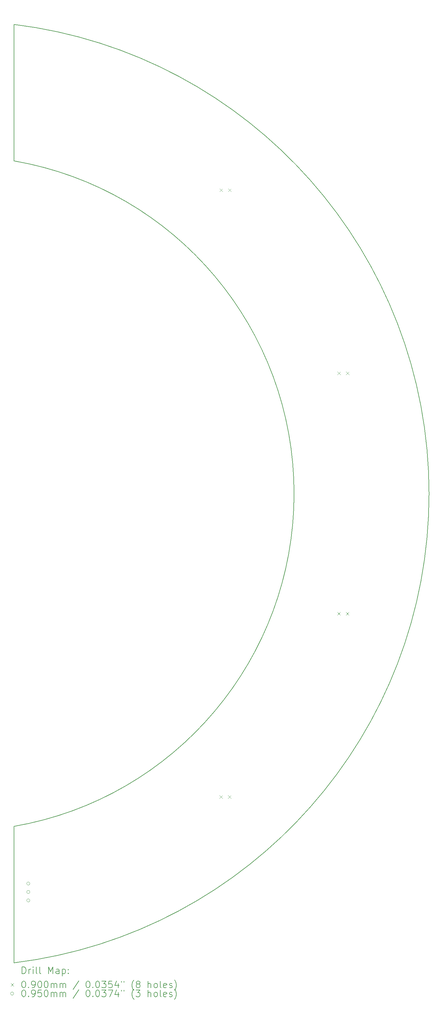
<source format=gbr>
%TF.GenerationSoftware,KiCad,Pcbnew,7.0.1-3b83917a11~172~ubuntu20.04.1*%
%TF.CreationDate,2023-04-20T10:58:05+02:00*%
%TF.ProjectId,forcast,666f7263-6173-4742-9e6b-696361645f70,rev?*%
%TF.SameCoordinates,Original*%
%TF.FileFunction,Drillmap*%
%TF.FilePolarity,Positive*%
%FSLAX45Y45*%
G04 Gerber Fmt 4.5, Leading zero omitted, Abs format (unit mm)*
G04 Created by KiCad (PCBNEW 7.0.1-3b83917a11~172~ubuntu20.04.1) date 2023-04-20 10:58:05*
%MOMM*%
%LPD*%
G01*
G04 APERTURE LIST*
%ADD10C,0.130000*%
%ADD11C,0.200000*%
%ADD12C,0.090000*%
%ADD13C,0.095000*%
G04 APERTURE END LIST*
D10*
X17990500Y-34352902D02*
X17990500Y-30310941D01*
X17990500Y-34352902D02*
G75*
G03*
X17990500Y-6560098I-1700000J13896402D01*
G01*
X17990500Y-10602059D02*
X17990500Y-6560098D01*
X17990500Y-30310940D02*
G75*
G03*
X17990500Y-10602060I-1700000J9854440D01*
G01*
D11*
D12*
X24078500Y-29392500D02*
X24168500Y-29482500D01*
X24168500Y-29392500D02*
X24078500Y-29482500D01*
X24083500Y-11422500D02*
X24173500Y-11512500D01*
X24173500Y-11422500D02*
X24083500Y-11512500D01*
X24332500Y-29392500D02*
X24422500Y-29482500D01*
X24422500Y-29392500D02*
X24332500Y-29482500D01*
X24337500Y-11422500D02*
X24427500Y-11512500D01*
X24427500Y-11422500D02*
X24337500Y-11512500D01*
X27573500Y-23965000D02*
X27663500Y-24055000D01*
X27663500Y-23965000D02*
X27573500Y-24055000D01*
X27577500Y-16845000D02*
X27667500Y-16935000D01*
X27667500Y-16845000D02*
X27577500Y-16935000D01*
X27827500Y-23965000D02*
X27917500Y-24055000D01*
X27917500Y-23965000D02*
X27827500Y-24055000D01*
X27831500Y-16845000D02*
X27921500Y-16935000D01*
X27921500Y-16845000D02*
X27831500Y-16935000D01*
D13*
X18462500Y-32004000D02*
G75*
G03*
X18462500Y-32004000I-47500J0D01*
G01*
X18462500Y-32254000D02*
G75*
G03*
X18462500Y-32254000I-47500J0D01*
G01*
X18462500Y-32504000D02*
G75*
G03*
X18462500Y-32504000I-47500J0D01*
G01*
D11*
X18231619Y-34671926D02*
X18231619Y-34471926D01*
X18231619Y-34471926D02*
X18279238Y-34471926D01*
X18279238Y-34471926D02*
X18307810Y-34481450D01*
X18307810Y-34481450D02*
X18326857Y-34500498D01*
X18326857Y-34500498D02*
X18336381Y-34519545D01*
X18336381Y-34519545D02*
X18345905Y-34557640D01*
X18345905Y-34557640D02*
X18345905Y-34586212D01*
X18345905Y-34586212D02*
X18336381Y-34624307D01*
X18336381Y-34624307D02*
X18326857Y-34643355D01*
X18326857Y-34643355D02*
X18307810Y-34662402D01*
X18307810Y-34662402D02*
X18279238Y-34671926D01*
X18279238Y-34671926D02*
X18231619Y-34671926D01*
X18431619Y-34671926D02*
X18431619Y-34538593D01*
X18431619Y-34576688D02*
X18441143Y-34557640D01*
X18441143Y-34557640D02*
X18450667Y-34548117D01*
X18450667Y-34548117D02*
X18469714Y-34538593D01*
X18469714Y-34538593D02*
X18488762Y-34538593D01*
X18555429Y-34671926D02*
X18555429Y-34538593D01*
X18555429Y-34471926D02*
X18545905Y-34481450D01*
X18545905Y-34481450D02*
X18555429Y-34490974D01*
X18555429Y-34490974D02*
X18564952Y-34481450D01*
X18564952Y-34481450D02*
X18555429Y-34471926D01*
X18555429Y-34471926D02*
X18555429Y-34490974D01*
X18679238Y-34671926D02*
X18660190Y-34662402D01*
X18660190Y-34662402D02*
X18650667Y-34643355D01*
X18650667Y-34643355D02*
X18650667Y-34471926D01*
X18784000Y-34671926D02*
X18764952Y-34662402D01*
X18764952Y-34662402D02*
X18755429Y-34643355D01*
X18755429Y-34643355D02*
X18755429Y-34471926D01*
X19012571Y-34671926D02*
X19012571Y-34471926D01*
X19012571Y-34471926D02*
X19079238Y-34614783D01*
X19079238Y-34614783D02*
X19145905Y-34471926D01*
X19145905Y-34471926D02*
X19145905Y-34671926D01*
X19326857Y-34671926D02*
X19326857Y-34567164D01*
X19326857Y-34567164D02*
X19317333Y-34548117D01*
X19317333Y-34548117D02*
X19298286Y-34538593D01*
X19298286Y-34538593D02*
X19260190Y-34538593D01*
X19260190Y-34538593D02*
X19241143Y-34548117D01*
X19326857Y-34662402D02*
X19307810Y-34671926D01*
X19307810Y-34671926D02*
X19260190Y-34671926D01*
X19260190Y-34671926D02*
X19241143Y-34662402D01*
X19241143Y-34662402D02*
X19231619Y-34643355D01*
X19231619Y-34643355D02*
X19231619Y-34624307D01*
X19231619Y-34624307D02*
X19241143Y-34605260D01*
X19241143Y-34605260D02*
X19260190Y-34595736D01*
X19260190Y-34595736D02*
X19307810Y-34595736D01*
X19307810Y-34595736D02*
X19326857Y-34586212D01*
X19422095Y-34538593D02*
X19422095Y-34738593D01*
X19422095Y-34548117D02*
X19441143Y-34538593D01*
X19441143Y-34538593D02*
X19479238Y-34538593D01*
X19479238Y-34538593D02*
X19498286Y-34548117D01*
X19498286Y-34548117D02*
X19507810Y-34557640D01*
X19507810Y-34557640D02*
X19517333Y-34576688D01*
X19517333Y-34576688D02*
X19517333Y-34633831D01*
X19517333Y-34633831D02*
X19507810Y-34652879D01*
X19507810Y-34652879D02*
X19498286Y-34662402D01*
X19498286Y-34662402D02*
X19479238Y-34671926D01*
X19479238Y-34671926D02*
X19441143Y-34671926D01*
X19441143Y-34671926D02*
X19422095Y-34662402D01*
X19603048Y-34652879D02*
X19612571Y-34662402D01*
X19612571Y-34662402D02*
X19603048Y-34671926D01*
X19603048Y-34671926D02*
X19593524Y-34662402D01*
X19593524Y-34662402D02*
X19603048Y-34652879D01*
X19603048Y-34652879D02*
X19603048Y-34671926D01*
X19603048Y-34548117D02*
X19612571Y-34557640D01*
X19612571Y-34557640D02*
X19603048Y-34567164D01*
X19603048Y-34567164D02*
X19593524Y-34557640D01*
X19593524Y-34557640D02*
X19603048Y-34548117D01*
X19603048Y-34548117D02*
X19603048Y-34567164D01*
D12*
X17894000Y-34954402D02*
X17984000Y-35044402D01*
X17984000Y-34954402D02*
X17894000Y-35044402D01*
D11*
X18269714Y-34891926D02*
X18288762Y-34891926D01*
X18288762Y-34891926D02*
X18307810Y-34901450D01*
X18307810Y-34901450D02*
X18317333Y-34910974D01*
X18317333Y-34910974D02*
X18326857Y-34930021D01*
X18326857Y-34930021D02*
X18336381Y-34968117D01*
X18336381Y-34968117D02*
X18336381Y-35015736D01*
X18336381Y-35015736D02*
X18326857Y-35053831D01*
X18326857Y-35053831D02*
X18317333Y-35072879D01*
X18317333Y-35072879D02*
X18307810Y-35082402D01*
X18307810Y-35082402D02*
X18288762Y-35091926D01*
X18288762Y-35091926D02*
X18269714Y-35091926D01*
X18269714Y-35091926D02*
X18250667Y-35082402D01*
X18250667Y-35082402D02*
X18241143Y-35072879D01*
X18241143Y-35072879D02*
X18231619Y-35053831D01*
X18231619Y-35053831D02*
X18222095Y-35015736D01*
X18222095Y-35015736D02*
X18222095Y-34968117D01*
X18222095Y-34968117D02*
X18231619Y-34930021D01*
X18231619Y-34930021D02*
X18241143Y-34910974D01*
X18241143Y-34910974D02*
X18250667Y-34901450D01*
X18250667Y-34901450D02*
X18269714Y-34891926D01*
X18422095Y-35072879D02*
X18431619Y-35082402D01*
X18431619Y-35082402D02*
X18422095Y-35091926D01*
X18422095Y-35091926D02*
X18412571Y-35082402D01*
X18412571Y-35082402D02*
X18422095Y-35072879D01*
X18422095Y-35072879D02*
X18422095Y-35091926D01*
X18526857Y-35091926D02*
X18564952Y-35091926D01*
X18564952Y-35091926D02*
X18584000Y-35082402D01*
X18584000Y-35082402D02*
X18593524Y-35072879D01*
X18593524Y-35072879D02*
X18612571Y-35044307D01*
X18612571Y-35044307D02*
X18622095Y-35006212D01*
X18622095Y-35006212D02*
X18622095Y-34930021D01*
X18622095Y-34930021D02*
X18612571Y-34910974D01*
X18612571Y-34910974D02*
X18603048Y-34901450D01*
X18603048Y-34901450D02*
X18584000Y-34891926D01*
X18584000Y-34891926D02*
X18545905Y-34891926D01*
X18545905Y-34891926D02*
X18526857Y-34901450D01*
X18526857Y-34901450D02*
X18517333Y-34910974D01*
X18517333Y-34910974D02*
X18507810Y-34930021D01*
X18507810Y-34930021D02*
X18507810Y-34977640D01*
X18507810Y-34977640D02*
X18517333Y-34996688D01*
X18517333Y-34996688D02*
X18526857Y-35006212D01*
X18526857Y-35006212D02*
X18545905Y-35015736D01*
X18545905Y-35015736D02*
X18584000Y-35015736D01*
X18584000Y-35015736D02*
X18603048Y-35006212D01*
X18603048Y-35006212D02*
X18612571Y-34996688D01*
X18612571Y-34996688D02*
X18622095Y-34977640D01*
X18745905Y-34891926D02*
X18764952Y-34891926D01*
X18764952Y-34891926D02*
X18784000Y-34901450D01*
X18784000Y-34901450D02*
X18793524Y-34910974D01*
X18793524Y-34910974D02*
X18803048Y-34930021D01*
X18803048Y-34930021D02*
X18812571Y-34968117D01*
X18812571Y-34968117D02*
X18812571Y-35015736D01*
X18812571Y-35015736D02*
X18803048Y-35053831D01*
X18803048Y-35053831D02*
X18793524Y-35072879D01*
X18793524Y-35072879D02*
X18784000Y-35082402D01*
X18784000Y-35082402D02*
X18764952Y-35091926D01*
X18764952Y-35091926D02*
X18745905Y-35091926D01*
X18745905Y-35091926D02*
X18726857Y-35082402D01*
X18726857Y-35082402D02*
X18717333Y-35072879D01*
X18717333Y-35072879D02*
X18707810Y-35053831D01*
X18707810Y-35053831D02*
X18698286Y-35015736D01*
X18698286Y-35015736D02*
X18698286Y-34968117D01*
X18698286Y-34968117D02*
X18707810Y-34930021D01*
X18707810Y-34930021D02*
X18717333Y-34910974D01*
X18717333Y-34910974D02*
X18726857Y-34901450D01*
X18726857Y-34901450D02*
X18745905Y-34891926D01*
X18936381Y-34891926D02*
X18955429Y-34891926D01*
X18955429Y-34891926D02*
X18974476Y-34901450D01*
X18974476Y-34901450D02*
X18984000Y-34910974D01*
X18984000Y-34910974D02*
X18993524Y-34930021D01*
X18993524Y-34930021D02*
X19003048Y-34968117D01*
X19003048Y-34968117D02*
X19003048Y-35015736D01*
X19003048Y-35015736D02*
X18993524Y-35053831D01*
X18993524Y-35053831D02*
X18984000Y-35072879D01*
X18984000Y-35072879D02*
X18974476Y-35082402D01*
X18974476Y-35082402D02*
X18955429Y-35091926D01*
X18955429Y-35091926D02*
X18936381Y-35091926D01*
X18936381Y-35091926D02*
X18917333Y-35082402D01*
X18917333Y-35082402D02*
X18907810Y-35072879D01*
X18907810Y-35072879D02*
X18898286Y-35053831D01*
X18898286Y-35053831D02*
X18888762Y-35015736D01*
X18888762Y-35015736D02*
X18888762Y-34968117D01*
X18888762Y-34968117D02*
X18898286Y-34930021D01*
X18898286Y-34930021D02*
X18907810Y-34910974D01*
X18907810Y-34910974D02*
X18917333Y-34901450D01*
X18917333Y-34901450D02*
X18936381Y-34891926D01*
X19088762Y-35091926D02*
X19088762Y-34958593D01*
X19088762Y-34977640D02*
X19098286Y-34968117D01*
X19098286Y-34968117D02*
X19117333Y-34958593D01*
X19117333Y-34958593D02*
X19145905Y-34958593D01*
X19145905Y-34958593D02*
X19164952Y-34968117D01*
X19164952Y-34968117D02*
X19174476Y-34987164D01*
X19174476Y-34987164D02*
X19174476Y-35091926D01*
X19174476Y-34987164D02*
X19184000Y-34968117D01*
X19184000Y-34968117D02*
X19203048Y-34958593D01*
X19203048Y-34958593D02*
X19231619Y-34958593D01*
X19231619Y-34958593D02*
X19250667Y-34968117D01*
X19250667Y-34968117D02*
X19260191Y-34987164D01*
X19260191Y-34987164D02*
X19260191Y-35091926D01*
X19355429Y-35091926D02*
X19355429Y-34958593D01*
X19355429Y-34977640D02*
X19364952Y-34968117D01*
X19364952Y-34968117D02*
X19384000Y-34958593D01*
X19384000Y-34958593D02*
X19412572Y-34958593D01*
X19412572Y-34958593D02*
X19431619Y-34968117D01*
X19431619Y-34968117D02*
X19441143Y-34987164D01*
X19441143Y-34987164D02*
X19441143Y-35091926D01*
X19441143Y-34987164D02*
X19450667Y-34968117D01*
X19450667Y-34968117D02*
X19469714Y-34958593D01*
X19469714Y-34958593D02*
X19498286Y-34958593D01*
X19498286Y-34958593D02*
X19517333Y-34968117D01*
X19517333Y-34968117D02*
X19526857Y-34987164D01*
X19526857Y-34987164D02*
X19526857Y-35091926D01*
X19917333Y-34882402D02*
X19745905Y-35139545D01*
X20174476Y-34891926D02*
X20193524Y-34891926D01*
X20193524Y-34891926D02*
X20212572Y-34901450D01*
X20212572Y-34901450D02*
X20222095Y-34910974D01*
X20222095Y-34910974D02*
X20231619Y-34930021D01*
X20231619Y-34930021D02*
X20241143Y-34968117D01*
X20241143Y-34968117D02*
X20241143Y-35015736D01*
X20241143Y-35015736D02*
X20231619Y-35053831D01*
X20231619Y-35053831D02*
X20222095Y-35072879D01*
X20222095Y-35072879D02*
X20212572Y-35082402D01*
X20212572Y-35082402D02*
X20193524Y-35091926D01*
X20193524Y-35091926D02*
X20174476Y-35091926D01*
X20174476Y-35091926D02*
X20155429Y-35082402D01*
X20155429Y-35082402D02*
X20145905Y-35072879D01*
X20145905Y-35072879D02*
X20136381Y-35053831D01*
X20136381Y-35053831D02*
X20126857Y-35015736D01*
X20126857Y-35015736D02*
X20126857Y-34968117D01*
X20126857Y-34968117D02*
X20136381Y-34930021D01*
X20136381Y-34930021D02*
X20145905Y-34910974D01*
X20145905Y-34910974D02*
X20155429Y-34901450D01*
X20155429Y-34901450D02*
X20174476Y-34891926D01*
X20326857Y-35072879D02*
X20336381Y-35082402D01*
X20336381Y-35082402D02*
X20326857Y-35091926D01*
X20326857Y-35091926D02*
X20317334Y-35082402D01*
X20317334Y-35082402D02*
X20326857Y-35072879D01*
X20326857Y-35072879D02*
X20326857Y-35091926D01*
X20460191Y-34891926D02*
X20479238Y-34891926D01*
X20479238Y-34891926D02*
X20498286Y-34901450D01*
X20498286Y-34901450D02*
X20507810Y-34910974D01*
X20507810Y-34910974D02*
X20517334Y-34930021D01*
X20517334Y-34930021D02*
X20526857Y-34968117D01*
X20526857Y-34968117D02*
X20526857Y-35015736D01*
X20526857Y-35015736D02*
X20517334Y-35053831D01*
X20517334Y-35053831D02*
X20507810Y-35072879D01*
X20507810Y-35072879D02*
X20498286Y-35082402D01*
X20498286Y-35082402D02*
X20479238Y-35091926D01*
X20479238Y-35091926D02*
X20460191Y-35091926D01*
X20460191Y-35091926D02*
X20441143Y-35082402D01*
X20441143Y-35082402D02*
X20431619Y-35072879D01*
X20431619Y-35072879D02*
X20422095Y-35053831D01*
X20422095Y-35053831D02*
X20412572Y-35015736D01*
X20412572Y-35015736D02*
X20412572Y-34968117D01*
X20412572Y-34968117D02*
X20422095Y-34930021D01*
X20422095Y-34930021D02*
X20431619Y-34910974D01*
X20431619Y-34910974D02*
X20441143Y-34901450D01*
X20441143Y-34901450D02*
X20460191Y-34891926D01*
X20593524Y-34891926D02*
X20717334Y-34891926D01*
X20717334Y-34891926D02*
X20650667Y-34968117D01*
X20650667Y-34968117D02*
X20679238Y-34968117D01*
X20679238Y-34968117D02*
X20698286Y-34977640D01*
X20698286Y-34977640D02*
X20707810Y-34987164D01*
X20707810Y-34987164D02*
X20717334Y-35006212D01*
X20717334Y-35006212D02*
X20717334Y-35053831D01*
X20717334Y-35053831D02*
X20707810Y-35072879D01*
X20707810Y-35072879D02*
X20698286Y-35082402D01*
X20698286Y-35082402D02*
X20679238Y-35091926D01*
X20679238Y-35091926D02*
X20622095Y-35091926D01*
X20622095Y-35091926D02*
X20603048Y-35082402D01*
X20603048Y-35082402D02*
X20593524Y-35072879D01*
X20898286Y-34891926D02*
X20803048Y-34891926D01*
X20803048Y-34891926D02*
X20793524Y-34987164D01*
X20793524Y-34987164D02*
X20803048Y-34977640D01*
X20803048Y-34977640D02*
X20822095Y-34968117D01*
X20822095Y-34968117D02*
X20869715Y-34968117D01*
X20869715Y-34968117D02*
X20888762Y-34977640D01*
X20888762Y-34977640D02*
X20898286Y-34987164D01*
X20898286Y-34987164D02*
X20907810Y-35006212D01*
X20907810Y-35006212D02*
X20907810Y-35053831D01*
X20907810Y-35053831D02*
X20898286Y-35072879D01*
X20898286Y-35072879D02*
X20888762Y-35082402D01*
X20888762Y-35082402D02*
X20869715Y-35091926D01*
X20869715Y-35091926D02*
X20822095Y-35091926D01*
X20822095Y-35091926D02*
X20803048Y-35082402D01*
X20803048Y-35082402D02*
X20793524Y-35072879D01*
X21079238Y-34958593D02*
X21079238Y-35091926D01*
X21031619Y-34882402D02*
X20984000Y-35025260D01*
X20984000Y-35025260D02*
X21107810Y-35025260D01*
X21174476Y-34891926D02*
X21174476Y-34930021D01*
X21250667Y-34891926D02*
X21250667Y-34930021D01*
X21545905Y-35168117D02*
X21536381Y-35158593D01*
X21536381Y-35158593D02*
X21517334Y-35130021D01*
X21517334Y-35130021D02*
X21507810Y-35110974D01*
X21507810Y-35110974D02*
X21498286Y-35082402D01*
X21498286Y-35082402D02*
X21488762Y-35034783D01*
X21488762Y-35034783D02*
X21488762Y-34996688D01*
X21488762Y-34996688D02*
X21498286Y-34949069D01*
X21498286Y-34949069D02*
X21507810Y-34920498D01*
X21507810Y-34920498D02*
X21517334Y-34901450D01*
X21517334Y-34901450D02*
X21536381Y-34872879D01*
X21536381Y-34872879D02*
X21545905Y-34863355D01*
X21650667Y-34977640D02*
X21631619Y-34968117D01*
X21631619Y-34968117D02*
X21622096Y-34958593D01*
X21622096Y-34958593D02*
X21612572Y-34939545D01*
X21612572Y-34939545D02*
X21612572Y-34930021D01*
X21612572Y-34930021D02*
X21622096Y-34910974D01*
X21622096Y-34910974D02*
X21631619Y-34901450D01*
X21631619Y-34901450D02*
X21650667Y-34891926D01*
X21650667Y-34891926D02*
X21688762Y-34891926D01*
X21688762Y-34891926D02*
X21707810Y-34901450D01*
X21707810Y-34901450D02*
X21717334Y-34910974D01*
X21717334Y-34910974D02*
X21726857Y-34930021D01*
X21726857Y-34930021D02*
X21726857Y-34939545D01*
X21726857Y-34939545D02*
X21717334Y-34958593D01*
X21717334Y-34958593D02*
X21707810Y-34968117D01*
X21707810Y-34968117D02*
X21688762Y-34977640D01*
X21688762Y-34977640D02*
X21650667Y-34977640D01*
X21650667Y-34977640D02*
X21631619Y-34987164D01*
X21631619Y-34987164D02*
X21622096Y-34996688D01*
X21622096Y-34996688D02*
X21612572Y-35015736D01*
X21612572Y-35015736D02*
X21612572Y-35053831D01*
X21612572Y-35053831D02*
X21622096Y-35072879D01*
X21622096Y-35072879D02*
X21631619Y-35082402D01*
X21631619Y-35082402D02*
X21650667Y-35091926D01*
X21650667Y-35091926D02*
X21688762Y-35091926D01*
X21688762Y-35091926D02*
X21707810Y-35082402D01*
X21707810Y-35082402D02*
X21717334Y-35072879D01*
X21717334Y-35072879D02*
X21726857Y-35053831D01*
X21726857Y-35053831D02*
X21726857Y-35015736D01*
X21726857Y-35015736D02*
X21717334Y-34996688D01*
X21717334Y-34996688D02*
X21707810Y-34987164D01*
X21707810Y-34987164D02*
X21688762Y-34977640D01*
X21964953Y-35091926D02*
X21964953Y-34891926D01*
X22050667Y-35091926D02*
X22050667Y-34987164D01*
X22050667Y-34987164D02*
X22041143Y-34968117D01*
X22041143Y-34968117D02*
X22022096Y-34958593D01*
X22022096Y-34958593D02*
X21993524Y-34958593D01*
X21993524Y-34958593D02*
X21974477Y-34968117D01*
X21974477Y-34968117D02*
X21964953Y-34977640D01*
X22174477Y-35091926D02*
X22155429Y-35082402D01*
X22155429Y-35082402D02*
X22145905Y-35072879D01*
X22145905Y-35072879D02*
X22136381Y-35053831D01*
X22136381Y-35053831D02*
X22136381Y-34996688D01*
X22136381Y-34996688D02*
X22145905Y-34977640D01*
X22145905Y-34977640D02*
X22155429Y-34968117D01*
X22155429Y-34968117D02*
X22174477Y-34958593D01*
X22174477Y-34958593D02*
X22203048Y-34958593D01*
X22203048Y-34958593D02*
X22222096Y-34968117D01*
X22222096Y-34968117D02*
X22231619Y-34977640D01*
X22231619Y-34977640D02*
X22241143Y-34996688D01*
X22241143Y-34996688D02*
X22241143Y-35053831D01*
X22241143Y-35053831D02*
X22231619Y-35072879D01*
X22231619Y-35072879D02*
X22222096Y-35082402D01*
X22222096Y-35082402D02*
X22203048Y-35091926D01*
X22203048Y-35091926D02*
X22174477Y-35091926D01*
X22355429Y-35091926D02*
X22336381Y-35082402D01*
X22336381Y-35082402D02*
X22326858Y-35063355D01*
X22326858Y-35063355D02*
X22326858Y-34891926D01*
X22507810Y-35082402D02*
X22488762Y-35091926D01*
X22488762Y-35091926D02*
X22450667Y-35091926D01*
X22450667Y-35091926D02*
X22431619Y-35082402D01*
X22431619Y-35082402D02*
X22422096Y-35063355D01*
X22422096Y-35063355D02*
X22422096Y-34987164D01*
X22422096Y-34987164D02*
X22431619Y-34968117D01*
X22431619Y-34968117D02*
X22450667Y-34958593D01*
X22450667Y-34958593D02*
X22488762Y-34958593D01*
X22488762Y-34958593D02*
X22507810Y-34968117D01*
X22507810Y-34968117D02*
X22517334Y-34987164D01*
X22517334Y-34987164D02*
X22517334Y-35006212D01*
X22517334Y-35006212D02*
X22422096Y-35025260D01*
X22593524Y-35082402D02*
X22612572Y-35091926D01*
X22612572Y-35091926D02*
X22650667Y-35091926D01*
X22650667Y-35091926D02*
X22669715Y-35082402D01*
X22669715Y-35082402D02*
X22679238Y-35063355D01*
X22679238Y-35063355D02*
X22679238Y-35053831D01*
X22679238Y-35053831D02*
X22669715Y-35034783D01*
X22669715Y-35034783D02*
X22650667Y-35025260D01*
X22650667Y-35025260D02*
X22622096Y-35025260D01*
X22622096Y-35025260D02*
X22603048Y-35015736D01*
X22603048Y-35015736D02*
X22593524Y-34996688D01*
X22593524Y-34996688D02*
X22593524Y-34987164D01*
X22593524Y-34987164D02*
X22603048Y-34968117D01*
X22603048Y-34968117D02*
X22622096Y-34958593D01*
X22622096Y-34958593D02*
X22650667Y-34958593D01*
X22650667Y-34958593D02*
X22669715Y-34968117D01*
X22745905Y-35168117D02*
X22755429Y-35158593D01*
X22755429Y-35158593D02*
X22774477Y-35130021D01*
X22774477Y-35130021D02*
X22784000Y-35110974D01*
X22784000Y-35110974D02*
X22793524Y-35082402D01*
X22793524Y-35082402D02*
X22803048Y-35034783D01*
X22803048Y-35034783D02*
X22803048Y-34996688D01*
X22803048Y-34996688D02*
X22793524Y-34949069D01*
X22793524Y-34949069D02*
X22784000Y-34920498D01*
X22784000Y-34920498D02*
X22774477Y-34901450D01*
X22774477Y-34901450D02*
X22755429Y-34872879D01*
X22755429Y-34872879D02*
X22745905Y-34863355D01*
D13*
X17984000Y-35263402D02*
G75*
G03*
X17984000Y-35263402I-47500J0D01*
G01*
D11*
X18269714Y-35155926D02*
X18288762Y-35155926D01*
X18288762Y-35155926D02*
X18307810Y-35165450D01*
X18307810Y-35165450D02*
X18317333Y-35174974D01*
X18317333Y-35174974D02*
X18326857Y-35194021D01*
X18326857Y-35194021D02*
X18336381Y-35232117D01*
X18336381Y-35232117D02*
X18336381Y-35279736D01*
X18336381Y-35279736D02*
X18326857Y-35317831D01*
X18326857Y-35317831D02*
X18317333Y-35336879D01*
X18317333Y-35336879D02*
X18307810Y-35346402D01*
X18307810Y-35346402D02*
X18288762Y-35355926D01*
X18288762Y-35355926D02*
X18269714Y-35355926D01*
X18269714Y-35355926D02*
X18250667Y-35346402D01*
X18250667Y-35346402D02*
X18241143Y-35336879D01*
X18241143Y-35336879D02*
X18231619Y-35317831D01*
X18231619Y-35317831D02*
X18222095Y-35279736D01*
X18222095Y-35279736D02*
X18222095Y-35232117D01*
X18222095Y-35232117D02*
X18231619Y-35194021D01*
X18231619Y-35194021D02*
X18241143Y-35174974D01*
X18241143Y-35174974D02*
X18250667Y-35165450D01*
X18250667Y-35165450D02*
X18269714Y-35155926D01*
X18422095Y-35336879D02*
X18431619Y-35346402D01*
X18431619Y-35346402D02*
X18422095Y-35355926D01*
X18422095Y-35355926D02*
X18412571Y-35346402D01*
X18412571Y-35346402D02*
X18422095Y-35336879D01*
X18422095Y-35336879D02*
X18422095Y-35355926D01*
X18526857Y-35355926D02*
X18564952Y-35355926D01*
X18564952Y-35355926D02*
X18584000Y-35346402D01*
X18584000Y-35346402D02*
X18593524Y-35336879D01*
X18593524Y-35336879D02*
X18612571Y-35308307D01*
X18612571Y-35308307D02*
X18622095Y-35270212D01*
X18622095Y-35270212D02*
X18622095Y-35194021D01*
X18622095Y-35194021D02*
X18612571Y-35174974D01*
X18612571Y-35174974D02*
X18603048Y-35165450D01*
X18603048Y-35165450D02*
X18584000Y-35155926D01*
X18584000Y-35155926D02*
X18545905Y-35155926D01*
X18545905Y-35155926D02*
X18526857Y-35165450D01*
X18526857Y-35165450D02*
X18517333Y-35174974D01*
X18517333Y-35174974D02*
X18507810Y-35194021D01*
X18507810Y-35194021D02*
X18507810Y-35241640D01*
X18507810Y-35241640D02*
X18517333Y-35260688D01*
X18517333Y-35260688D02*
X18526857Y-35270212D01*
X18526857Y-35270212D02*
X18545905Y-35279736D01*
X18545905Y-35279736D02*
X18584000Y-35279736D01*
X18584000Y-35279736D02*
X18603048Y-35270212D01*
X18603048Y-35270212D02*
X18612571Y-35260688D01*
X18612571Y-35260688D02*
X18622095Y-35241640D01*
X18803048Y-35155926D02*
X18707810Y-35155926D01*
X18707810Y-35155926D02*
X18698286Y-35251164D01*
X18698286Y-35251164D02*
X18707810Y-35241640D01*
X18707810Y-35241640D02*
X18726857Y-35232117D01*
X18726857Y-35232117D02*
X18774476Y-35232117D01*
X18774476Y-35232117D02*
X18793524Y-35241640D01*
X18793524Y-35241640D02*
X18803048Y-35251164D01*
X18803048Y-35251164D02*
X18812571Y-35270212D01*
X18812571Y-35270212D02*
X18812571Y-35317831D01*
X18812571Y-35317831D02*
X18803048Y-35336879D01*
X18803048Y-35336879D02*
X18793524Y-35346402D01*
X18793524Y-35346402D02*
X18774476Y-35355926D01*
X18774476Y-35355926D02*
X18726857Y-35355926D01*
X18726857Y-35355926D02*
X18707810Y-35346402D01*
X18707810Y-35346402D02*
X18698286Y-35336879D01*
X18936381Y-35155926D02*
X18955429Y-35155926D01*
X18955429Y-35155926D02*
X18974476Y-35165450D01*
X18974476Y-35165450D02*
X18984000Y-35174974D01*
X18984000Y-35174974D02*
X18993524Y-35194021D01*
X18993524Y-35194021D02*
X19003048Y-35232117D01*
X19003048Y-35232117D02*
X19003048Y-35279736D01*
X19003048Y-35279736D02*
X18993524Y-35317831D01*
X18993524Y-35317831D02*
X18984000Y-35336879D01*
X18984000Y-35336879D02*
X18974476Y-35346402D01*
X18974476Y-35346402D02*
X18955429Y-35355926D01*
X18955429Y-35355926D02*
X18936381Y-35355926D01*
X18936381Y-35355926D02*
X18917333Y-35346402D01*
X18917333Y-35346402D02*
X18907810Y-35336879D01*
X18907810Y-35336879D02*
X18898286Y-35317831D01*
X18898286Y-35317831D02*
X18888762Y-35279736D01*
X18888762Y-35279736D02*
X18888762Y-35232117D01*
X18888762Y-35232117D02*
X18898286Y-35194021D01*
X18898286Y-35194021D02*
X18907810Y-35174974D01*
X18907810Y-35174974D02*
X18917333Y-35165450D01*
X18917333Y-35165450D02*
X18936381Y-35155926D01*
X19088762Y-35355926D02*
X19088762Y-35222593D01*
X19088762Y-35241640D02*
X19098286Y-35232117D01*
X19098286Y-35232117D02*
X19117333Y-35222593D01*
X19117333Y-35222593D02*
X19145905Y-35222593D01*
X19145905Y-35222593D02*
X19164952Y-35232117D01*
X19164952Y-35232117D02*
X19174476Y-35251164D01*
X19174476Y-35251164D02*
X19174476Y-35355926D01*
X19174476Y-35251164D02*
X19184000Y-35232117D01*
X19184000Y-35232117D02*
X19203048Y-35222593D01*
X19203048Y-35222593D02*
X19231619Y-35222593D01*
X19231619Y-35222593D02*
X19250667Y-35232117D01*
X19250667Y-35232117D02*
X19260191Y-35251164D01*
X19260191Y-35251164D02*
X19260191Y-35355926D01*
X19355429Y-35355926D02*
X19355429Y-35222593D01*
X19355429Y-35241640D02*
X19364952Y-35232117D01*
X19364952Y-35232117D02*
X19384000Y-35222593D01*
X19384000Y-35222593D02*
X19412572Y-35222593D01*
X19412572Y-35222593D02*
X19431619Y-35232117D01*
X19431619Y-35232117D02*
X19441143Y-35251164D01*
X19441143Y-35251164D02*
X19441143Y-35355926D01*
X19441143Y-35251164D02*
X19450667Y-35232117D01*
X19450667Y-35232117D02*
X19469714Y-35222593D01*
X19469714Y-35222593D02*
X19498286Y-35222593D01*
X19498286Y-35222593D02*
X19517333Y-35232117D01*
X19517333Y-35232117D02*
X19526857Y-35251164D01*
X19526857Y-35251164D02*
X19526857Y-35355926D01*
X19917333Y-35146402D02*
X19745905Y-35403545D01*
X20174476Y-35155926D02*
X20193524Y-35155926D01*
X20193524Y-35155926D02*
X20212572Y-35165450D01*
X20212572Y-35165450D02*
X20222095Y-35174974D01*
X20222095Y-35174974D02*
X20231619Y-35194021D01*
X20231619Y-35194021D02*
X20241143Y-35232117D01*
X20241143Y-35232117D02*
X20241143Y-35279736D01*
X20241143Y-35279736D02*
X20231619Y-35317831D01*
X20231619Y-35317831D02*
X20222095Y-35336879D01*
X20222095Y-35336879D02*
X20212572Y-35346402D01*
X20212572Y-35346402D02*
X20193524Y-35355926D01*
X20193524Y-35355926D02*
X20174476Y-35355926D01*
X20174476Y-35355926D02*
X20155429Y-35346402D01*
X20155429Y-35346402D02*
X20145905Y-35336879D01*
X20145905Y-35336879D02*
X20136381Y-35317831D01*
X20136381Y-35317831D02*
X20126857Y-35279736D01*
X20126857Y-35279736D02*
X20126857Y-35232117D01*
X20126857Y-35232117D02*
X20136381Y-35194021D01*
X20136381Y-35194021D02*
X20145905Y-35174974D01*
X20145905Y-35174974D02*
X20155429Y-35165450D01*
X20155429Y-35165450D02*
X20174476Y-35155926D01*
X20326857Y-35336879D02*
X20336381Y-35346402D01*
X20336381Y-35346402D02*
X20326857Y-35355926D01*
X20326857Y-35355926D02*
X20317334Y-35346402D01*
X20317334Y-35346402D02*
X20326857Y-35336879D01*
X20326857Y-35336879D02*
X20326857Y-35355926D01*
X20460191Y-35155926D02*
X20479238Y-35155926D01*
X20479238Y-35155926D02*
X20498286Y-35165450D01*
X20498286Y-35165450D02*
X20507810Y-35174974D01*
X20507810Y-35174974D02*
X20517334Y-35194021D01*
X20517334Y-35194021D02*
X20526857Y-35232117D01*
X20526857Y-35232117D02*
X20526857Y-35279736D01*
X20526857Y-35279736D02*
X20517334Y-35317831D01*
X20517334Y-35317831D02*
X20507810Y-35336879D01*
X20507810Y-35336879D02*
X20498286Y-35346402D01*
X20498286Y-35346402D02*
X20479238Y-35355926D01*
X20479238Y-35355926D02*
X20460191Y-35355926D01*
X20460191Y-35355926D02*
X20441143Y-35346402D01*
X20441143Y-35346402D02*
X20431619Y-35336879D01*
X20431619Y-35336879D02*
X20422095Y-35317831D01*
X20422095Y-35317831D02*
X20412572Y-35279736D01*
X20412572Y-35279736D02*
X20412572Y-35232117D01*
X20412572Y-35232117D02*
X20422095Y-35194021D01*
X20422095Y-35194021D02*
X20431619Y-35174974D01*
X20431619Y-35174974D02*
X20441143Y-35165450D01*
X20441143Y-35165450D02*
X20460191Y-35155926D01*
X20593524Y-35155926D02*
X20717334Y-35155926D01*
X20717334Y-35155926D02*
X20650667Y-35232117D01*
X20650667Y-35232117D02*
X20679238Y-35232117D01*
X20679238Y-35232117D02*
X20698286Y-35241640D01*
X20698286Y-35241640D02*
X20707810Y-35251164D01*
X20707810Y-35251164D02*
X20717334Y-35270212D01*
X20717334Y-35270212D02*
X20717334Y-35317831D01*
X20717334Y-35317831D02*
X20707810Y-35336879D01*
X20707810Y-35336879D02*
X20698286Y-35346402D01*
X20698286Y-35346402D02*
X20679238Y-35355926D01*
X20679238Y-35355926D02*
X20622095Y-35355926D01*
X20622095Y-35355926D02*
X20603048Y-35346402D01*
X20603048Y-35346402D02*
X20593524Y-35336879D01*
X20784000Y-35155926D02*
X20917334Y-35155926D01*
X20917334Y-35155926D02*
X20831619Y-35355926D01*
X21079238Y-35222593D02*
X21079238Y-35355926D01*
X21031619Y-35146402D02*
X20984000Y-35289260D01*
X20984000Y-35289260D02*
X21107810Y-35289260D01*
X21174476Y-35155926D02*
X21174476Y-35194021D01*
X21250667Y-35155926D02*
X21250667Y-35194021D01*
X21545905Y-35432117D02*
X21536381Y-35422593D01*
X21536381Y-35422593D02*
X21517334Y-35394021D01*
X21517334Y-35394021D02*
X21507810Y-35374974D01*
X21507810Y-35374974D02*
X21498286Y-35346402D01*
X21498286Y-35346402D02*
X21488762Y-35298783D01*
X21488762Y-35298783D02*
X21488762Y-35260688D01*
X21488762Y-35260688D02*
X21498286Y-35213069D01*
X21498286Y-35213069D02*
X21507810Y-35184498D01*
X21507810Y-35184498D02*
X21517334Y-35165450D01*
X21517334Y-35165450D02*
X21536381Y-35136879D01*
X21536381Y-35136879D02*
X21545905Y-35127355D01*
X21603048Y-35155926D02*
X21726857Y-35155926D01*
X21726857Y-35155926D02*
X21660191Y-35232117D01*
X21660191Y-35232117D02*
X21688762Y-35232117D01*
X21688762Y-35232117D02*
X21707810Y-35241640D01*
X21707810Y-35241640D02*
X21717334Y-35251164D01*
X21717334Y-35251164D02*
X21726857Y-35270212D01*
X21726857Y-35270212D02*
X21726857Y-35317831D01*
X21726857Y-35317831D02*
X21717334Y-35336879D01*
X21717334Y-35336879D02*
X21707810Y-35346402D01*
X21707810Y-35346402D02*
X21688762Y-35355926D01*
X21688762Y-35355926D02*
X21631619Y-35355926D01*
X21631619Y-35355926D02*
X21612572Y-35346402D01*
X21612572Y-35346402D02*
X21603048Y-35336879D01*
X21964953Y-35355926D02*
X21964953Y-35155926D01*
X22050667Y-35355926D02*
X22050667Y-35251164D01*
X22050667Y-35251164D02*
X22041143Y-35232117D01*
X22041143Y-35232117D02*
X22022096Y-35222593D01*
X22022096Y-35222593D02*
X21993524Y-35222593D01*
X21993524Y-35222593D02*
X21974477Y-35232117D01*
X21974477Y-35232117D02*
X21964953Y-35241640D01*
X22174477Y-35355926D02*
X22155429Y-35346402D01*
X22155429Y-35346402D02*
X22145905Y-35336879D01*
X22145905Y-35336879D02*
X22136381Y-35317831D01*
X22136381Y-35317831D02*
X22136381Y-35260688D01*
X22136381Y-35260688D02*
X22145905Y-35241640D01*
X22145905Y-35241640D02*
X22155429Y-35232117D01*
X22155429Y-35232117D02*
X22174477Y-35222593D01*
X22174477Y-35222593D02*
X22203048Y-35222593D01*
X22203048Y-35222593D02*
X22222096Y-35232117D01*
X22222096Y-35232117D02*
X22231619Y-35241640D01*
X22231619Y-35241640D02*
X22241143Y-35260688D01*
X22241143Y-35260688D02*
X22241143Y-35317831D01*
X22241143Y-35317831D02*
X22231619Y-35336879D01*
X22231619Y-35336879D02*
X22222096Y-35346402D01*
X22222096Y-35346402D02*
X22203048Y-35355926D01*
X22203048Y-35355926D02*
X22174477Y-35355926D01*
X22355429Y-35355926D02*
X22336381Y-35346402D01*
X22336381Y-35346402D02*
X22326858Y-35327355D01*
X22326858Y-35327355D02*
X22326858Y-35155926D01*
X22507810Y-35346402D02*
X22488762Y-35355926D01*
X22488762Y-35355926D02*
X22450667Y-35355926D01*
X22450667Y-35355926D02*
X22431619Y-35346402D01*
X22431619Y-35346402D02*
X22422096Y-35327355D01*
X22422096Y-35327355D02*
X22422096Y-35251164D01*
X22422096Y-35251164D02*
X22431619Y-35232117D01*
X22431619Y-35232117D02*
X22450667Y-35222593D01*
X22450667Y-35222593D02*
X22488762Y-35222593D01*
X22488762Y-35222593D02*
X22507810Y-35232117D01*
X22507810Y-35232117D02*
X22517334Y-35251164D01*
X22517334Y-35251164D02*
X22517334Y-35270212D01*
X22517334Y-35270212D02*
X22422096Y-35289260D01*
X22593524Y-35346402D02*
X22612572Y-35355926D01*
X22612572Y-35355926D02*
X22650667Y-35355926D01*
X22650667Y-35355926D02*
X22669715Y-35346402D01*
X22669715Y-35346402D02*
X22679238Y-35327355D01*
X22679238Y-35327355D02*
X22679238Y-35317831D01*
X22679238Y-35317831D02*
X22669715Y-35298783D01*
X22669715Y-35298783D02*
X22650667Y-35289260D01*
X22650667Y-35289260D02*
X22622096Y-35289260D01*
X22622096Y-35289260D02*
X22603048Y-35279736D01*
X22603048Y-35279736D02*
X22593524Y-35260688D01*
X22593524Y-35260688D02*
X22593524Y-35251164D01*
X22593524Y-35251164D02*
X22603048Y-35232117D01*
X22603048Y-35232117D02*
X22622096Y-35222593D01*
X22622096Y-35222593D02*
X22650667Y-35222593D01*
X22650667Y-35222593D02*
X22669715Y-35232117D01*
X22745905Y-35432117D02*
X22755429Y-35422593D01*
X22755429Y-35422593D02*
X22774477Y-35394021D01*
X22774477Y-35394021D02*
X22784000Y-35374974D01*
X22784000Y-35374974D02*
X22793524Y-35346402D01*
X22793524Y-35346402D02*
X22803048Y-35298783D01*
X22803048Y-35298783D02*
X22803048Y-35260688D01*
X22803048Y-35260688D02*
X22793524Y-35213069D01*
X22793524Y-35213069D02*
X22784000Y-35184498D01*
X22784000Y-35184498D02*
X22774477Y-35165450D01*
X22774477Y-35165450D02*
X22755429Y-35136879D01*
X22755429Y-35136879D02*
X22745905Y-35127355D01*
M02*

</source>
